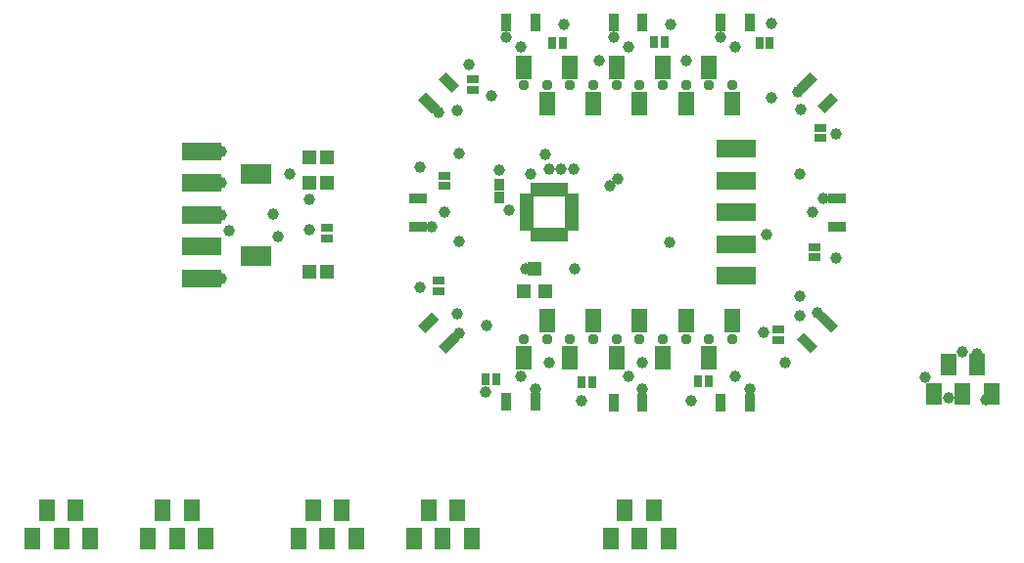
<source format=gbs>
G04 #@! TF.FileFunction,Soldermask,Bot*
%FSLAX46Y46*%
G04 Gerber Fmt 4.6, Leading zero omitted, Abs format (unit mm)*
G04 Created by KiCad (PCBNEW 4.0.7-e2-6376~58~ubuntu16.04.1) date Fri Aug  3 14:44:38 2018*
%MOMM*%
%LPD*%
G01*
G04 APERTURE LIST*
%ADD10C,0.100000*%
%ADD11R,1.400000X2.000000*%
%ADD12C,0.950000*%
%ADD13R,0.900000X1.650000*%
%ADD14R,1.250000X0.700000*%
%ADD15R,0.700000X1.250000*%
%ADD16R,1.650000X0.900000*%
%ADD17R,1.200000X1.300000*%
%ADD18R,0.900000X1.000000*%
%ADD19R,0.800000X1.000000*%
%ADD20R,1.000000X0.800000*%
%ADD21R,3.400000X1.650000*%
%ADD22R,1.200000X1.150000*%
%ADD23R,1.370000X1.670000*%
%ADD24R,1.400000X1.900000*%
%ADD25C,1.000000*%
G04 APERTURE END LIST*
D10*
D11*
X148000000Y-87600000D03*
X146000000Y-84400000D03*
X144000000Y-87600000D03*
X142000000Y-84400000D03*
X140000000Y-87600000D03*
X138000000Y-84400000D03*
X136000000Y-87600000D03*
X134000000Y-84400000D03*
X132000000Y-87600000D03*
X130000000Y-84400000D03*
D12*
X148000000Y-86000000D03*
X146000000Y-86000000D03*
X144000000Y-86000000D03*
X142000000Y-86000000D03*
X140000000Y-86000000D03*
X138000000Y-86000000D03*
X136000000Y-86000000D03*
X134000000Y-86000000D03*
X132000000Y-86000000D03*
X130000000Y-86000000D03*
D13*
X130980000Y-80540000D03*
X128480000Y-80540000D03*
X140260000Y-80570000D03*
X137760000Y-80570000D03*
X149530000Y-80550000D03*
X147030000Y-80550000D03*
X147040000Y-113450000D03*
X149540000Y-113450000D03*
X128470000Y-113390000D03*
X130970000Y-113390000D03*
D14*
X134160000Y-95730000D03*
X134160000Y-96230000D03*
X134160000Y-96730000D03*
X134160000Y-97230000D03*
X134160000Y-97730000D03*
X134160000Y-98230000D03*
D15*
X133460000Y-98930000D03*
X132960000Y-98930000D03*
X132460000Y-98930000D03*
X131960000Y-98930000D03*
X131460000Y-98930000D03*
X130960000Y-98930000D03*
D14*
X130260000Y-98230000D03*
X130260000Y-97730000D03*
X130260000Y-97230000D03*
X130260000Y-96730000D03*
X130260000Y-96230000D03*
X130260000Y-95730000D03*
D15*
X130960000Y-95030000D03*
X131460000Y-95030000D03*
X131960000Y-95030000D03*
X132460000Y-95030000D03*
X132960000Y-95030000D03*
X133460000Y-95030000D03*
D10*
G36*
X157155444Y-87248718D02*
X155988718Y-88415444D01*
X155352322Y-87779048D01*
X156519048Y-86612322D01*
X157155444Y-87248718D01*
X157155444Y-87248718D01*
G37*
G36*
X155387678Y-85480952D02*
X154220952Y-86647678D01*
X153584556Y-86011282D01*
X154751282Y-84844556D01*
X155387678Y-85480952D01*
X155387678Y-85480952D01*
G37*
D16*
X157120000Y-98250000D03*
X157120000Y-95750000D03*
X120860000Y-95760000D03*
X120860000Y-98260000D03*
D13*
X137750000Y-113450000D03*
X140250000Y-113450000D03*
D10*
G36*
X120844556Y-106811282D02*
X122011282Y-105644556D01*
X122647678Y-106280952D01*
X121480952Y-107447678D01*
X120844556Y-106811282D01*
X120844556Y-106811282D01*
G37*
G36*
X122612322Y-108579048D02*
X123779048Y-107412322D01*
X124415444Y-108048718D01*
X123248718Y-109215444D01*
X122612322Y-108579048D01*
X122612322Y-108579048D01*
G37*
G36*
X154771282Y-109185444D02*
X153604556Y-108018718D01*
X154240952Y-107382322D01*
X155407678Y-108549048D01*
X154771282Y-109185444D01*
X154771282Y-109185444D01*
G37*
G36*
X156539048Y-107417678D02*
X155372322Y-106250952D01*
X156008718Y-105614556D01*
X157175444Y-106781282D01*
X156539048Y-107417678D01*
X156539048Y-107417678D01*
G37*
G36*
X123268718Y-84834556D02*
X124435444Y-86001282D01*
X123799048Y-86637678D01*
X122632322Y-85470952D01*
X123268718Y-84834556D01*
X123268718Y-84834556D01*
G37*
G36*
X121500952Y-86602322D02*
X122667678Y-87769048D01*
X122031282Y-88405444D01*
X120864556Y-87238718D01*
X121500952Y-86602322D01*
X121500952Y-86602322D01*
G37*
D17*
X131890000Y-103860000D03*
X129990000Y-103860000D03*
X130940000Y-101860000D03*
D18*
X127880000Y-94620000D03*
X127880000Y-95720000D03*
D19*
X133370000Y-82290000D03*
X132470000Y-82290000D03*
X142175000Y-82275000D03*
X141275000Y-82275000D03*
X151275000Y-82325000D03*
X150375000Y-82325000D03*
D20*
X155625000Y-90550000D03*
X155625000Y-89650000D03*
X155125000Y-100875000D03*
X155125000Y-99975000D03*
X151975000Y-108050000D03*
X151975000Y-107150000D03*
D19*
X145075000Y-111575000D03*
X145975000Y-111575000D03*
X135000000Y-111675000D03*
X135900000Y-111675000D03*
X126725000Y-111425000D03*
X127625000Y-111425000D03*
D20*
X122625000Y-102900000D03*
X122625000Y-103800000D03*
X123150000Y-93800000D03*
X123150000Y-94700000D03*
X125550000Y-85450000D03*
X125550000Y-86350000D03*
D11*
X148000000Y-106400000D03*
X146000000Y-109600000D03*
X144000000Y-106400000D03*
X142000000Y-109600000D03*
X140000000Y-106400000D03*
X138000000Y-109600000D03*
X136000000Y-106400000D03*
X134000000Y-109600000D03*
X132000000Y-106400000D03*
X130000000Y-109600000D03*
D12*
X148000000Y-108000000D03*
X146000000Y-108000000D03*
X144000000Y-108000000D03*
X142000000Y-108000000D03*
X140000000Y-108000000D03*
X138000000Y-108000000D03*
X136000000Y-108000000D03*
X134000000Y-108000000D03*
X132000000Y-108000000D03*
X130000000Y-108000000D03*
D21*
X148400000Y-102475000D03*
X148400000Y-99725000D03*
X148400000Y-96975000D03*
X148400000Y-94225000D03*
X148400000Y-91475000D03*
D22*
X112950000Y-92225000D03*
X111450000Y-92225000D03*
X112950000Y-102100000D03*
X111450000Y-102100000D03*
X112950000Y-94425000D03*
X111450000Y-94425000D03*
D23*
X106185000Y-93625000D03*
X107465000Y-93625000D03*
X107465000Y-100775000D03*
X106185000Y-100775000D03*
D21*
X102100000Y-102700000D03*
X102100000Y-99950000D03*
X102100000Y-97200000D03*
X102100000Y-94450000D03*
X102100000Y-91700000D03*
D20*
X112950000Y-99225000D03*
X112950000Y-98325000D03*
D24*
X169200000Y-110175000D03*
X166700000Y-110175000D03*
X170450000Y-112675000D03*
X167950000Y-112675000D03*
X165450000Y-112675000D03*
X101250000Y-122750000D03*
X98750000Y-122750000D03*
X102500000Y-125250000D03*
X100000000Y-125250000D03*
X97500000Y-125250000D03*
X114250000Y-122750000D03*
X111750000Y-122750000D03*
X115500000Y-125250000D03*
X113000000Y-125250000D03*
X110500000Y-125250000D03*
X124250000Y-122750000D03*
X121750000Y-122750000D03*
X125500000Y-125250000D03*
X123000000Y-125250000D03*
X120500000Y-125250000D03*
X91250000Y-122750000D03*
X88750000Y-122750000D03*
X92500000Y-125250000D03*
X90000000Y-125250000D03*
X87500000Y-125250000D03*
X141250000Y-122750000D03*
X138750000Y-122750000D03*
X142500000Y-125250000D03*
X140000000Y-125250000D03*
X137500000Y-125250000D03*
D25*
X142625000Y-99625000D03*
X130150000Y-101880000D03*
X134400000Y-101890000D03*
X126725000Y-112575000D03*
X151420000Y-80640000D03*
X133500000Y-80750000D03*
X142720000Y-80750000D03*
X156970000Y-90180000D03*
X156970000Y-100910000D03*
X152580000Y-110030000D03*
X144450000Y-113310000D03*
X134970000Y-113310000D03*
X121050000Y-103480000D03*
X125240000Y-84160000D03*
X121050000Y-93080000D03*
X133225000Y-93200000D03*
X153825000Y-93675000D03*
X127890000Y-93330000D03*
X132220000Y-93240000D03*
X126810000Y-106760000D03*
X153830000Y-104230000D03*
X132230000Y-110020000D03*
X140260000Y-110030000D03*
X150770000Y-107350000D03*
X136510000Y-83840000D03*
X127220000Y-86850000D03*
X124360000Y-91870000D03*
X124370000Y-99490000D03*
X151370000Y-87080000D03*
X144000000Y-83840000D03*
X151020000Y-98940000D03*
X134330000Y-93240000D03*
X131890000Y-92010000D03*
X137470000Y-94700000D03*
X124270000Y-105760000D03*
X139010000Y-111220000D03*
X124220000Y-88190000D03*
X123170000Y-97000000D03*
X148290000Y-111210000D03*
X153890000Y-105900000D03*
X154970000Y-97000000D03*
X153920000Y-88070000D03*
X139010000Y-82680000D03*
X129730000Y-82680000D03*
X148290000Y-82680000D03*
X129740000Y-111220000D03*
X138150000Y-94060000D03*
X130570000Y-93630000D03*
X122600000Y-88340000D03*
X122030000Y-98250000D03*
X124370000Y-107440000D03*
X130980000Y-112290000D03*
X140260000Y-112290000D03*
X149540000Y-112290000D03*
X155410000Y-105650000D03*
X155900000Y-95750000D03*
X153660000Y-86570000D03*
X137760000Y-81810000D03*
X147030000Y-81810000D03*
X128480000Y-81810000D03*
X128750000Y-96775000D03*
X108700000Y-99050000D03*
X103800000Y-102700000D03*
X109750000Y-93700000D03*
X103800000Y-91700000D03*
X111450000Y-98450000D03*
X111450000Y-95900000D03*
X104475000Y-98575000D03*
X108350000Y-97175000D03*
X103800000Y-97200000D03*
X103800000Y-94450000D03*
X169950000Y-113200000D03*
X166750000Y-113075000D03*
X169200000Y-109275000D03*
X164700000Y-111275000D03*
X167950000Y-109050000D03*
M02*

</source>
